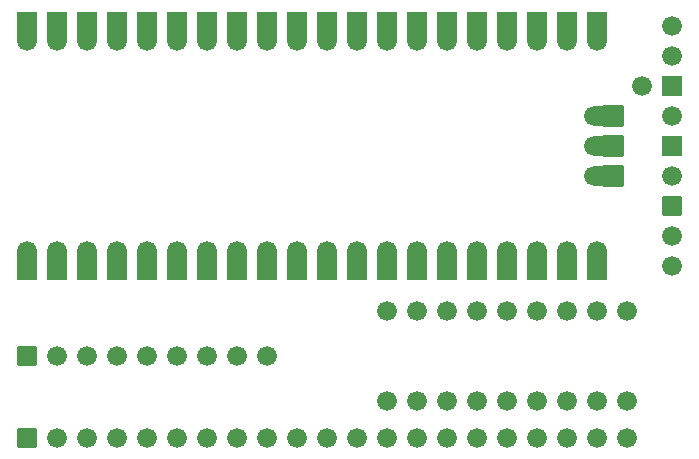
<source format=gts>
G04 Layer: TopSolderMaskLayer*
G04 EasyEDA v6.5.39, 2024-02-04 18:14:06*
G04 e2768ddda3314ff98ce937aebec43eb4,5509f98a9368439c9cde498926e245b9,10*
G04 Gerber Generator version 0.2*
G04 Scale: 100 percent, Rotated: No, Reflected: No *
G04 Dimensions in inches *
G04 leading zeros omitted , absolute positions ,3 integer and 6 decimal *
%FSLAX36Y36*%
%MOIN*%

%AMMACRO1*1,1,$1,$2,$3*1,1,$1,$4,$5*1,1,$1,0-$2,0-$3*1,1,$1,0-$4,0-$5*20,1,$1,$2,$3,$4,$5,0*20,1,$1,$4,$5,0-$2,0-$3,0*20,1,$1,0-$2,0-$3,0-$4,0-$5,0*20,1,$1,0-$4,0-$5,$2,$3,0*4,1,4,$2,$3,$4,$5,0-$2,0-$3,0-$4,0-$5,$2,$3,0*%
%ADD10R,0.0710X0.0710*%
%ADD11R,0.0670X0.0670*%
%ADD12MACRO1,0.004X0.0315X-0.0315X-0.0315X-0.0315*%
%ADD13MACRO1,0.008X0.0315X-0.0315X-0.0315X-0.0315*%
%ADD14MACRO1,0.004X-0.0315X0.0315X0.0315X0.0315*%
%ADD15MACRO1,0.008X-0.0315X0.0315X0.0315X0.0315*%
%ADD16C,0.0660*%
%ADD17MACRO1,0.004X-0.031X0.0315X0.031X0.0315*%
%ADD18R,0.0660X0.0660*%
%ADD19MACRO1,0.004X-0.031X0.031X0.031X0.031*%
%ADD20MACRO1,0.004X0.031X0.031X0.031X-0.031*%

%LPD*%
D10*
G01*
X325000Y761610D03*
D11*
G01*
X325000Y793310D03*
D10*
G01*
X225000Y761610D03*
D11*
G01*
X225000Y793310D03*
D10*
G01*
X2125000Y761610D03*
D11*
G01*
X2125000Y793310D03*
D10*
G01*
X425000Y761610D03*
D11*
G01*
X425000Y793310D03*
D10*
G01*
X525000Y761610D03*
D11*
G01*
X525000Y793310D03*
D10*
G01*
X625000Y761610D03*
D11*
G01*
X625000Y793310D03*
D10*
G01*
X725000Y761610D03*
D11*
G01*
X725000Y793310D03*
D10*
G01*
X825000Y761610D03*
D11*
G01*
X825000Y793310D03*
D10*
G01*
X925000Y761610D03*
D11*
G01*
X925000Y793310D03*
D10*
G01*
X1025000Y761610D03*
D11*
G01*
X1025000Y793310D03*
D10*
G01*
X1125000Y761610D03*
D11*
G01*
X1125000Y793310D03*
D10*
G01*
X1225000Y761610D03*
D11*
G01*
X1225000Y793310D03*
D10*
G01*
X1325000Y761610D03*
D11*
G01*
X1325000Y793310D03*
D10*
G01*
X1425000Y761610D03*
D11*
G01*
X1425000Y793310D03*
D10*
G01*
X1525000Y761610D03*
D11*
G01*
X1525000Y793310D03*
D10*
G01*
X1625000Y761610D03*
D11*
G01*
X1625000Y793310D03*
D10*
G01*
X1725000Y761610D03*
D11*
G01*
X1725000Y793310D03*
D10*
G01*
X1825000Y761610D03*
D11*
G01*
X1825000Y793310D03*
D10*
G01*
X1925000Y761610D03*
D11*
G01*
X1925000Y793310D03*
D10*
G01*
X2025000Y761610D03*
D11*
G01*
X2025000Y793310D03*
D10*
G01*
X2025000Y1588389D03*
G01*
X1925000Y1588389D03*
G01*
X1825000Y1588389D03*
G01*
X1725000Y1588389D03*
G01*
X1625000Y1588389D03*
G01*
X1525000Y1588389D03*
G01*
X1425000Y1588389D03*
G01*
X1325000Y1588389D03*
G01*
X1225000Y1588389D03*
G01*
X1125000Y1588389D03*
G01*
X1025000Y1588389D03*
G01*
X925000Y1588389D03*
G01*
X825000Y1588389D03*
G01*
X725000Y1588389D03*
G01*
X625000Y1588389D03*
G01*
X525000Y1588389D03*
G01*
X425000Y1588389D03*
G01*
X2125000Y1588389D03*
G01*
X225000Y1588389D03*
G01*
X325000Y1588389D03*
D11*
G01*
X2025000Y1556689D03*
G01*
X1925000Y1556689D03*
G01*
X1825000Y1556689D03*
G01*
X1725000Y1556689D03*
G01*
X1625000Y1556689D03*
G01*
X1525000Y1556689D03*
G01*
X1425000Y1556689D03*
G01*
X1325000Y1556689D03*
G01*
X1225000Y1556689D03*
G01*
X1125000Y1556689D03*
G01*
X1025000Y1556689D03*
G01*
X925000Y1556689D03*
G01*
X825000Y1556689D03*
G01*
X725000Y1556689D03*
G01*
X625000Y1556689D03*
G01*
X525000Y1556689D03*
G01*
X425000Y1556689D03*
G01*
X2125000Y1556689D03*
G01*
X225000Y1556689D03*
G01*
X325000Y1556689D03*
D12*
G01*
X2147242Y1175000D03*
D13*
G01*
X2178939Y1175000D03*
G01*
X2178939Y1075000D03*
D12*
G01*
X2147242Y1075000D03*
D14*
G01*
X2147242Y1275000D03*
D15*
G01*
X2178939Y1275000D03*
D16*
G01*
X325000Y825000D03*
G01*
X225000Y825000D03*
G01*
X2125000Y825000D03*
G01*
X425000Y825000D03*
G01*
X525000Y825000D03*
G01*
X625000Y825000D03*
G01*
X725000Y825000D03*
G01*
X825000Y825000D03*
G01*
X925000Y825000D03*
G01*
X1025000Y825000D03*
G01*
X1125000Y825000D03*
G01*
X1225000Y825000D03*
G01*
X1325000Y825000D03*
G01*
X1425000Y825000D03*
G01*
X1525000Y825000D03*
G01*
X1625000Y825000D03*
G01*
X1725000Y825000D03*
G01*
X1825000Y825000D03*
G01*
X1925000Y825000D03*
G01*
X2025000Y825000D03*
G01*
X225000Y1525000D03*
G01*
X2025000Y1525000D03*
G01*
X1925000Y1525000D03*
G01*
X1825000Y1525000D03*
G01*
X1725000Y1525000D03*
G01*
X1625000Y1525000D03*
G01*
X1525000Y1525000D03*
G01*
X1425000Y1525000D03*
G01*
X1325000Y1525000D03*
G01*
X1225000Y1525000D03*
G01*
X1125000Y1525000D03*
G01*
X1025000Y1525000D03*
G01*
X925000Y1525000D03*
G01*
X825000Y1525000D03*
G01*
X725000Y1525000D03*
G01*
X625000Y1525000D03*
G01*
X525000Y1525000D03*
G01*
X425000Y1525000D03*
G01*
X2125000Y1525000D03*
G01*
X325000Y1525000D03*
G01*
X2115550Y1175000D03*
G01*
X2115550Y1075000D03*
G01*
X2115550Y1275000D03*
D17*
G01*
X225000Y475000D03*
D16*
G01*
X325000Y475000D03*
G01*
X425000Y475000D03*
G01*
X525000Y475000D03*
G01*
X625000Y475000D03*
G01*
X725000Y475000D03*
G01*
X825000Y475000D03*
G01*
X925000Y475000D03*
G01*
X1025000Y475000D03*
G01*
X2275000Y1375000D03*
G01*
X2225000Y325000D03*
G01*
X2125000Y325000D03*
G01*
X2025000Y325000D03*
G01*
X1925000Y325000D03*
G01*
X1825000Y325000D03*
G01*
X1725000Y325000D03*
G01*
X1625000Y325000D03*
G01*
X1525000Y325000D03*
G01*
X1425000Y325000D03*
G01*
X1425000Y625000D03*
G01*
X1525000Y625000D03*
G01*
X1625000Y625000D03*
G01*
X1725000Y625000D03*
G01*
X1825000Y625000D03*
G01*
X1925000Y625000D03*
G01*
X2025000Y625000D03*
G01*
X2125000Y625000D03*
G01*
X2225000Y625000D03*
G01*
X2375000Y1575000D03*
G01*
X2375000Y1475000D03*
D18*
G01*
X2375000Y1375000D03*
D16*
G01*
X725000Y200000D03*
D19*
G01*
X225000Y200000D03*
D16*
G01*
X325000Y200000D03*
G01*
X425000Y200000D03*
G01*
X525000Y200000D03*
G01*
X625000Y200000D03*
G01*
X825000Y200000D03*
G01*
X925000Y200000D03*
G01*
X1025000Y200000D03*
G01*
X1125000Y200000D03*
G01*
X1525000Y200000D03*
G01*
X1625000Y200000D03*
G01*
X1725000Y200000D03*
G01*
X1825000Y200000D03*
G01*
X1925000Y200000D03*
G01*
X2025000Y200000D03*
G01*
X2125000Y200000D03*
G01*
X2225000Y200000D03*
G01*
X1225000Y200000D03*
G01*
X1325000Y200000D03*
G01*
X1425000Y200000D03*
G01*
X2375000Y775000D03*
G01*
X2375000Y875000D03*
D20*
G01*
X2375000Y975000D03*
D16*
G01*
X2375000Y1275000D03*
D18*
G01*
X2375000Y1175000D03*
D16*
G01*
X2375000Y1075000D03*
M02*

</source>
